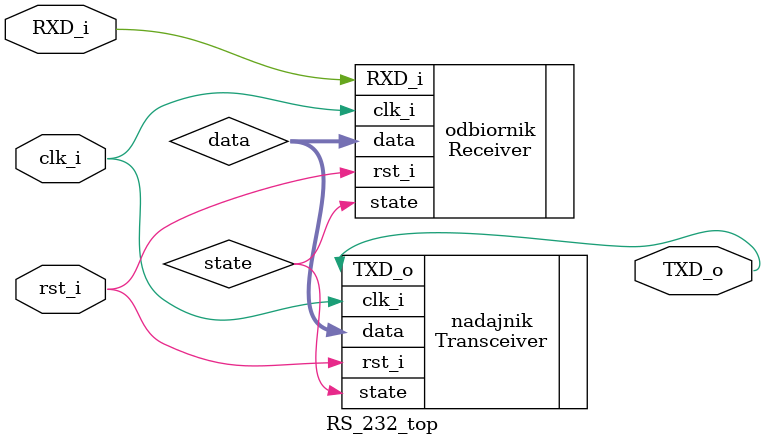
<source format=v>
`timescale 1ns / 1ps
module RS_232_top(
    input clk_i, 
    input rst_i, 
    input RXD_i, 
    output TXD_o
    );

    wire state;
    wire [7:0] data;

    Receiver odbiornik(.clk_i(clk_i), .rst_i(rst_i), .RXD_i(RXD_i), .data(data), .state(state));
    Transceiver nadajnik(.clk_i(clk_i), .rst_i(rst_i), .TXD_o(TXD_o), .data(data), .state(state));
endmodule

</source>
